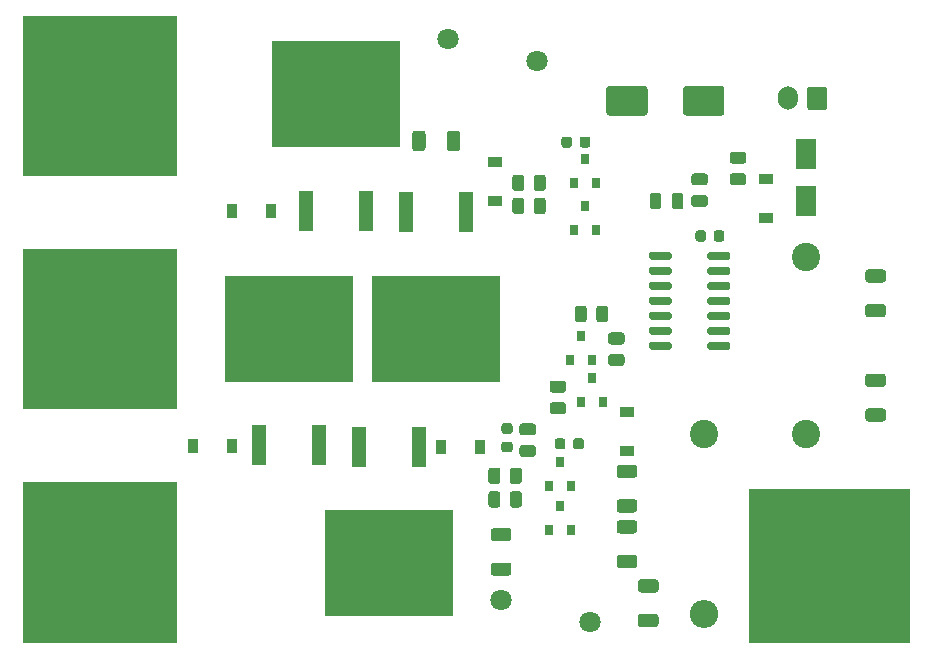
<source format=gts>
%TF.GenerationSoftware,KiCad,Pcbnew,5.1.7-a382d34a8~87~ubuntu18.04.1*%
%TF.CreationDate,2021-12-24T14:38:43-05:00*%
%TF.ProjectId,Source_Balancer_SMD,536f7572-6365-45f4-9261-6c616e636572,rev?*%
%TF.SameCoordinates,Original*%
%TF.FileFunction,Soldermask,Top*%
%TF.FilePolarity,Negative*%
%FSLAX46Y46*%
G04 Gerber Fmt 4.6, Leading zero omitted, Abs format (unit mm)*
G04 Created by KiCad (PCBNEW 5.1.7-a382d34a8~87~ubuntu18.04.1) date 2021-12-24 14:38:43*
%MOMM*%
%LPD*%
G01*
G04 APERTURE LIST*
%ADD10C,0.100000*%
%ADD11O,1.700000X2.000000*%
%ADD12R,0.900000X1.200000*%
%ADD13R,1.200000X0.900000*%
%ADD14C,1.800000*%
%ADD15O,2.400000X2.400000*%
%ADD16C,2.400000*%
%ADD17R,10.800000X9.000000*%
%ADD18R,1.250000X3.500000*%
%ADD19R,0.800000X0.900000*%
%ADD20C,0.900000*%
%ADD21C,10.600000*%
%ADD22R,1.800000X2.500000*%
G04 APERTURE END LIST*
D10*
G36*
X134000000Y-91500000D02*
G01*
X120500000Y-91500000D01*
X120500000Y-78550000D01*
X134000000Y-78550000D01*
X134000000Y-91500000D01*
G37*
X134000000Y-91500000D02*
X120500000Y-91500000D01*
X120500000Y-78550000D01*
X134000000Y-78550000D01*
X134000000Y-91500000D01*
G36*
X71950000Y-52000000D02*
G01*
X59000000Y-52000000D01*
X59000000Y-38500000D01*
X71950000Y-38500000D01*
X71950000Y-52000000D01*
G37*
X71950000Y-52000000D02*
X59000000Y-52000000D01*
X59000000Y-38500000D01*
X71950000Y-38500000D01*
X71950000Y-52000000D01*
G36*
X71950000Y-71750000D02*
G01*
X59000000Y-71750000D01*
X59000000Y-58250000D01*
X71950000Y-58250000D01*
X71950000Y-71750000D01*
G37*
X71950000Y-71750000D02*
X59000000Y-71750000D01*
X59000000Y-58250000D01*
X71950000Y-58250000D01*
X71950000Y-71750000D01*
G36*
X71950000Y-91500000D02*
G01*
X59000000Y-91500000D01*
X59000000Y-78000000D01*
X71950000Y-78000000D01*
X71950000Y-91500000D01*
G37*
X71950000Y-91500000D02*
X59000000Y-91500000D01*
X59000000Y-78000000D01*
X71950000Y-78000000D01*
X71950000Y-91500000D01*
%TO.C,R18*%
G36*
G01*
X119099999Y-51837500D02*
X120000001Y-51837500D01*
G75*
G02*
X120250000Y-52087499I0J-249999D01*
G01*
X120250000Y-52612501D01*
G75*
G02*
X120000001Y-52862500I-249999J0D01*
G01*
X119099999Y-52862500D01*
G75*
G02*
X118850000Y-52612501I0J249999D01*
G01*
X118850000Y-52087499D01*
G75*
G02*
X119099999Y-51837500I249999J0D01*
G01*
G37*
G36*
G01*
X119099999Y-50012500D02*
X120000001Y-50012500D01*
G75*
G02*
X120250000Y-50262499I0J-249999D01*
G01*
X120250000Y-50787501D01*
G75*
G02*
X120000001Y-51037500I-249999J0D01*
G01*
X119099999Y-51037500D01*
G75*
G02*
X118850000Y-50787501I0J249999D01*
G01*
X118850000Y-50262499D01*
G75*
G02*
X119099999Y-50012500I249999J0D01*
G01*
G37*
%TD*%
D11*
%TO.C,J5*%
X123750000Y-45500000D03*
G36*
G01*
X127100000Y-44750000D02*
X127100000Y-46250000D01*
G75*
G02*
X126850000Y-46500000I-250000J0D01*
G01*
X125650000Y-46500000D01*
G75*
G02*
X125400000Y-46250000I0J250000D01*
G01*
X125400000Y-44750000D01*
G75*
G02*
X125650000Y-44500000I250000J0D01*
G01*
X126850000Y-44500000D01*
G75*
G02*
X127100000Y-44750000I0J-250000D01*
G01*
G37*
%TD*%
%TO.C,U1*%
G36*
G01*
X116950000Y-58990000D02*
X116950000Y-58690000D01*
G75*
G02*
X117100000Y-58540000I150000J0D01*
G01*
X118750000Y-58540000D01*
G75*
G02*
X118900000Y-58690000I0J-150000D01*
G01*
X118900000Y-58990000D01*
G75*
G02*
X118750000Y-59140000I-150000J0D01*
G01*
X117100000Y-59140000D01*
G75*
G02*
X116950000Y-58990000I0J150000D01*
G01*
G37*
G36*
G01*
X116950000Y-60260000D02*
X116950000Y-59960000D01*
G75*
G02*
X117100000Y-59810000I150000J0D01*
G01*
X118750000Y-59810000D01*
G75*
G02*
X118900000Y-59960000I0J-150000D01*
G01*
X118900000Y-60260000D01*
G75*
G02*
X118750000Y-60410000I-150000J0D01*
G01*
X117100000Y-60410000D01*
G75*
G02*
X116950000Y-60260000I0J150000D01*
G01*
G37*
G36*
G01*
X116950000Y-61530000D02*
X116950000Y-61230000D01*
G75*
G02*
X117100000Y-61080000I150000J0D01*
G01*
X118750000Y-61080000D01*
G75*
G02*
X118900000Y-61230000I0J-150000D01*
G01*
X118900000Y-61530000D01*
G75*
G02*
X118750000Y-61680000I-150000J0D01*
G01*
X117100000Y-61680000D01*
G75*
G02*
X116950000Y-61530000I0J150000D01*
G01*
G37*
G36*
G01*
X116950000Y-62800000D02*
X116950000Y-62500000D01*
G75*
G02*
X117100000Y-62350000I150000J0D01*
G01*
X118750000Y-62350000D01*
G75*
G02*
X118900000Y-62500000I0J-150000D01*
G01*
X118900000Y-62800000D01*
G75*
G02*
X118750000Y-62950000I-150000J0D01*
G01*
X117100000Y-62950000D01*
G75*
G02*
X116950000Y-62800000I0J150000D01*
G01*
G37*
G36*
G01*
X116950000Y-64070000D02*
X116950000Y-63770000D01*
G75*
G02*
X117100000Y-63620000I150000J0D01*
G01*
X118750000Y-63620000D01*
G75*
G02*
X118900000Y-63770000I0J-150000D01*
G01*
X118900000Y-64070000D01*
G75*
G02*
X118750000Y-64220000I-150000J0D01*
G01*
X117100000Y-64220000D01*
G75*
G02*
X116950000Y-64070000I0J150000D01*
G01*
G37*
G36*
G01*
X116950000Y-65340000D02*
X116950000Y-65040000D01*
G75*
G02*
X117100000Y-64890000I150000J0D01*
G01*
X118750000Y-64890000D01*
G75*
G02*
X118900000Y-65040000I0J-150000D01*
G01*
X118900000Y-65340000D01*
G75*
G02*
X118750000Y-65490000I-150000J0D01*
G01*
X117100000Y-65490000D01*
G75*
G02*
X116950000Y-65340000I0J150000D01*
G01*
G37*
G36*
G01*
X116950000Y-66610000D02*
X116950000Y-66310000D01*
G75*
G02*
X117100000Y-66160000I150000J0D01*
G01*
X118750000Y-66160000D01*
G75*
G02*
X118900000Y-66310000I0J-150000D01*
G01*
X118900000Y-66610000D01*
G75*
G02*
X118750000Y-66760000I-150000J0D01*
G01*
X117100000Y-66760000D01*
G75*
G02*
X116950000Y-66610000I0J150000D01*
G01*
G37*
G36*
G01*
X112000000Y-66610000D02*
X112000000Y-66310000D01*
G75*
G02*
X112150000Y-66160000I150000J0D01*
G01*
X113800000Y-66160000D01*
G75*
G02*
X113950000Y-66310000I0J-150000D01*
G01*
X113950000Y-66610000D01*
G75*
G02*
X113800000Y-66760000I-150000J0D01*
G01*
X112150000Y-66760000D01*
G75*
G02*
X112000000Y-66610000I0J150000D01*
G01*
G37*
G36*
G01*
X112000000Y-65340000D02*
X112000000Y-65040000D01*
G75*
G02*
X112150000Y-64890000I150000J0D01*
G01*
X113800000Y-64890000D01*
G75*
G02*
X113950000Y-65040000I0J-150000D01*
G01*
X113950000Y-65340000D01*
G75*
G02*
X113800000Y-65490000I-150000J0D01*
G01*
X112150000Y-65490000D01*
G75*
G02*
X112000000Y-65340000I0J150000D01*
G01*
G37*
G36*
G01*
X112000000Y-64070000D02*
X112000000Y-63770000D01*
G75*
G02*
X112150000Y-63620000I150000J0D01*
G01*
X113800000Y-63620000D01*
G75*
G02*
X113950000Y-63770000I0J-150000D01*
G01*
X113950000Y-64070000D01*
G75*
G02*
X113800000Y-64220000I-150000J0D01*
G01*
X112150000Y-64220000D01*
G75*
G02*
X112000000Y-64070000I0J150000D01*
G01*
G37*
G36*
G01*
X112000000Y-62800000D02*
X112000000Y-62500000D01*
G75*
G02*
X112150000Y-62350000I150000J0D01*
G01*
X113800000Y-62350000D01*
G75*
G02*
X113950000Y-62500000I0J-150000D01*
G01*
X113950000Y-62800000D01*
G75*
G02*
X113800000Y-62950000I-150000J0D01*
G01*
X112150000Y-62950000D01*
G75*
G02*
X112000000Y-62800000I0J150000D01*
G01*
G37*
G36*
G01*
X112000000Y-61530000D02*
X112000000Y-61230000D01*
G75*
G02*
X112150000Y-61080000I150000J0D01*
G01*
X113800000Y-61080000D01*
G75*
G02*
X113950000Y-61230000I0J-150000D01*
G01*
X113950000Y-61530000D01*
G75*
G02*
X113800000Y-61680000I-150000J0D01*
G01*
X112150000Y-61680000D01*
G75*
G02*
X112000000Y-61530000I0J150000D01*
G01*
G37*
G36*
G01*
X112000000Y-60260000D02*
X112000000Y-59960000D01*
G75*
G02*
X112150000Y-59810000I150000J0D01*
G01*
X113800000Y-59810000D01*
G75*
G02*
X113950000Y-59960000I0J-150000D01*
G01*
X113950000Y-60260000D01*
G75*
G02*
X113800000Y-60410000I-150000J0D01*
G01*
X112150000Y-60410000D01*
G75*
G02*
X112000000Y-60260000I0J150000D01*
G01*
G37*
G36*
G01*
X112000000Y-58990000D02*
X112000000Y-58690000D01*
G75*
G02*
X112150000Y-58540000I150000J0D01*
G01*
X113800000Y-58540000D01*
G75*
G02*
X113950000Y-58690000I0J-150000D01*
G01*
X113950000Y-58990000D01*
G75*
G02*
X113800000Y-59140000I-150000J0D01*
G01*
X112150000Y-59140000D01*
G75*
G02*
X112000000Y-58990000I0J150000D01*
G01*
G37*
%TD*%
D12*
%TO.C,D8*%
X73400000Y-74900000D03*
X76700000Y-74900000D03*
%TD*%
D13*
%TO.C,D7*%
X99000000Y-50850000D03*
X99000000Y-54150000D03*
%TD*%
D12*
%TO.C,D6*%
X97750000Y-75000000D03*
X94450000Y-75000000D03*
%TD*%
%TO.C,D5*%
X76700000Y-55000000D03*
X80000000Y-55000000D03*
%TD*%
D14*
%TO.C,RV2*%
X107000000Y-89800000D03*
X99500000Y-88000000D03*
%TD*%
%TO.C,RV1*%
X102500000Y-42300000D03*
X95000000Y-40500000D03*
%TD*%
%TO.C,R17*%
G36*
G01*
X101299999Y-74837500D02*
X102200001Y-74837500D01*
G75*
G02*
X102450000Y-75087499I0J-249999D01*
G01*
X102450000Y-75612501D01*
G75*
G02*
X102200001Y-75862500I-249999J0D01*
G01*
X101299999Y-75862500D01*
G75*
G02*
X101050000Y-75612501I0J249999D01*
G01*
X101050000Y-75087499D01*
G75*
G02*
X101299999Y-74837500I249999J0D01*
G01*
G37*
G36*
G01*
X101299999Y-73012500D02*
X102200001Y-73012500D01*
G75*
G02*
X102450000Y-73262499I0J-249999D01*
G01*
X102450000Y-73787501D01*
G75*
G02*
X102200001Y-74037500I-249999J0D01*
G01*
X101299999Y-74037500D01*
G75*
G02*
X101050000Y-73787501I0J249999D01*
G01*
X101050000Y-73262499D01*
G75*
G02*
X101299999Y-73012500I249999J0D01*
G01*
G37*
%TD*%
%TO.C,R16*%
G36*
G01*
X100237500Y-79900001D02*
X100237500Y-78999999D01*
G75*
G02*
X100487499Y-78750000I249999J0D01*
G01*
X101012501Y-78750000D01*
G75*
G02*
X101262500Y-78999999I0J-249999D01*
G01*
X101262500Y-79900001D01*
G75*
G02*
X101012501Y-80150000I-249999J0D01*
G01*
X100487499Y-80150000D01*
G75*
G02*
X100237500Y-79900001I0J249999D01*
G01*
G37*
G36*
G01*
X98412500Y-79900001D02*
X98412500Y-78999999D01*
G75*
G02*
X98662499Y-78750000I249999J0D01*
G01*
X99187501Y-78750000D01*
G75*
G02*
X99437500Y-78999999I0J-249999D01*
G01*
X99437500Y-79900001D01*
G75*
G02*
X99187501Y-80150000I-249999J0D01*
G01*
X98662499Y-80150000D01*
G75*
G02*
X98412500Y-79900001I0J249999D01*
G01*
G37*
%TD*%
%TO.C,R15*%
G36*
G01*
X102262500Y-55050001D02*
X102262500Y-54149999D01*
G75*
G02*
X102512499Y-53900000I249999J0D01*
G01*
X103037501Y-53900000D01*
G75*
G02*
X103287500Y-54149999I0J-249999D01*
G01*
X103287500Y-55050001D01*
G75*
G02*
X103037501Y-55300000I-249999J0D01*
G01*
X102512499Y-55300000D01*
G75*
G02*
X102262500Y-55050001I0J249999D01*
G01*
G37*
G36*
G01*
X100437500Y-55050001D02*
X100437500Y-54149999D01*
G75*
G02*
X100687499Y-53900000I249999J0D01*
G01*
X101212501Y-53900000D01*
G75*
G02*
X101462500Y-54149999I0J-249999D01*
G01*
X101462500Y-55050001D01*
G75*
G02*
X101212501Y-55300000I-249999J0D01*
G01*
X100687499Y-55300000D01*
G75*
G02*
X100437500Y-55050001I0J249999D01*
G01*
G37*
%TD*%
%TO.C,R14*%
G36*
G01*
X98874999Y-84800000D02*
X100125001Y-84800000D01*
G75*
G02*
X100375000Y-85049999I0J-249999D01*
G01*
X100375000Y-85675001D01*
G75*
G02*
X100125001Y-85925000I-249999J0D01*
G01*
X98874999Y-85925000D01*
G75*
G02*
X98625000Y-85675001I0J249999D01*
G01*
X98625000Y-85049999D01*
G75*
G02*
X98874999Y-84800000I249999J0D01*
G01*
G37*
G36*
G01*
X98874999Y-81875000D02*
X100125001Y-81875000D01*
G75*
G02*
X100375000Y-82124999I0J-249999D01*
G01*
X100375000Y-82750001D01*
G75*
G02*
X100125001Y-83000000I-249999J0D01*
G01*
X98874999Y-83000000D01*
G75*
G02*
X98625000Y-82750001I0J249999D01*
G01*
X98625000Y-82124999D01*
G75*
G02*
X98874999Y-81875000I249999J0D01*
G01*
G37*
%TD*%
%TO.C,R13*%
G36*
G01*
X93100000Y-48474999D02*
X93100000Y-49725001D01*
G75*
G02*
X92850001Y-49975000I-249999J0D01*
G01*
X92224999Y-49975000D01*
G75*
G02*
X91975000Y-49725001I0J249999D01*
G01*
X91975000Y-48474999D01*
G75*
G02*
X92224999Y-48225000I249999J0D01*
G01*
X92850001Y-48225000D01*
G75*
G02*
X93100000Y-48474999I0J-249999D01*
G01*
G37*
G36*
G01*
X96025000Y-48474999D02*
X96025000Y-49725001D01*
G75*
G02*
X95775001Y-49975000I-249999J0D01*
G01*
X95149999Y-49975000D01*
G75*
G02*
X94900000Y-49725001I0J249999D01*
G01*
X94900000Y-48474999D01*
G75*
G02*
X95149999Y-48225000I249999J0D01*
G01*
X95775001Y-48225000D01*
G75*
G02*
X96025000Y-48474999I0J-249999D01*
G01*
G37*
%TD*%
%TO.C,R12*%
G36*
G01*
X100237500Y-77900001D02*
X100237500Y-76999999D01*
G75*
G02*
X100487499Y-76750000I249999J0D01*
G01*
X101012501Y-76750000D01*
G75*
G02*
X101262500Y-76999999I0J-249999D01*
G01*
X101262500Y-77900001D01*
G75*
G02*
X101012501Y-78150000I-249999J0D01*
G01*
X100487499Y-78150000D01*
G75*
G02*
X100237500Y-77900001I0J249999D01*
G01*
G37*
G36*
G01*
X98412500Y-77900001D02*
X98412500Y-76999999D01*
G75*
G02*
X98662499Y-76750000I249999J0D01*
G01*
X99187501Y-76750000D01*
G75*
G02*
X99437500Y-76999999I0J-249999D01*
G01*
X99437500Y-77900001D01*
G75*
G02*
X99187501Y-78150000I-249999J0D01*
G01*
X98662499Y-78150000D01*
G75*
G02*
X98412500Y-77900001I0J249999D01*
G01*
G37*
%TD*%
%TO.C,R11*%
G36*
G01*
X102262500Y-53100001D02*
X102262500Y-52199999D01*
G75*
G02*
X102512499Y-51950000I249999J0D01*
G01*
X103037501Y-51950000D01*
G75*
G02*
X103287500Y-52199999I0J-249999D01*
G01*
X103287500Y-53100001D01*
G75*
G02*
X103037501Y-53350000I-249999J0D01*
G01*
X102512499Y-53350000D01*
G75*
G02*
X102262500Y-53100001I0J249999D01*
G01*
G37*
G36*
G01*
X100437500Y-53100001D02*
X100437500Y-52199999D01*
G75*
G02*
X100687499Y-51950000I249999J0D01*
G01*
X101212501Y-51950000D01*
G75*
G02*
X101462500Y-52199999I0J-249999D01*
G01*
X101462500Y-53100001D01*
G75*
G02*
X101212501Y-53350000I-249999J0D01*
G01*
X100687499Y-53350000D01*
G75*
G02*
X100437500Y-53100001I0J249999D01*
G01*
G37*
%TD*%
%TO.C,R10*%
G36*
G01*
X107550000Y-64200001D02*
X107550000Y-63299999D01*
G75*
G02*
X107799999Y-63050000I249999J0D01*
G01*
X108325001Y-63050000D01*
G75*
G02*
X108575000Y-63299999I0J-249999D01*
G01*
X108575000Y-64200001D01*
G75*
G02*
X108325001Y-64450000I-249999J0D01*
G01*
X107799999Y-64450000D01*
G75*
G02*
X107550000Y-64200001I0J249999D01*
G01*
G37*
G36*
G01*
X105725000Y-64200001D02*
X105725000Y-63299999D01*
G75*
G02*
X105974999Y-63050000I249999J0D01*
G01*
X106500001Y-63050000D01*
G75*
G02*
X106750000Y-63299999I0J-249999D01*
G01*
X106750000Y-64200001D01*
G75*
G02*
X106500001Y-64450000I-249999J0D01*
G01*
X105974999Y-64450000D01*
G75*
G02*
X105725000Y-64200001I0J249999D01*
G01*
G37*
%TD*%
%TO.C,R9*%
G36*
G01*
X116750001Y-52862500D02*
X115849999Y-52862500D01*
G75*
G02*
X115600000Y-52612501I0J249999D01*
G01*
X115600000Y-52087499D01*
G75*
G02*
X115849999Y-51837500I249999J0D01*
G01*
X116750001Y-51837500D01*
G75*
G02*
X117000000Y-52087499I0J-249999D01*
G01*
X117000000Y-52612501D01*
G75*
G02*
X116750001Y-52862500I-249999J0D01*
G01*
G37*
G36*
G01*
X116750001Y-54687500D02*
X115849999Y-54687500D01*
G75*
G02*
X115600000Y-54437501I0J249999D01*
G01*
X115600000Y-53912499D01*
G75*
G02*
X115849999Y-53662500I249999J0D01*
G01*
X116750001Y-53662500D01*
G75*
G02*
X117000000Y-53912499I0J-249999D01*
G01*
X117000000Y-54437501D01*
G75*
G02*
X116750001Y-54687500I-249999J0D01*
G01*
G37*
%TD*%
%TO.C,R8*%
G36*
G01*
X103849999Y-71212500D02*
X104750001Y-71212500D01*
G75*
G02*
X105000000Y-71462499I0J-249999D01*
G01*
X105000000Y-71987501D01*
G75*
G02*
X104750001Y-72237500I-249999J0D01*
G01*
X103849999Y-72237500D01*
G75*
G02*
X103600000Y-71987501I0J249999D01*
G01*
X103600000Y-71462499D01*
G75*
G02*
X103849999Y-71212500I249999J0D01*
G01*
G37*
G36*
G01*
X103849999Y-69387500D02*
X104750001Y-69387500D01*
G75*
G02*
X105000000Y-69637499I0J-249999D01*
G01*
X105000000Y-70162501D01*
G75*
G02*
X104750001Y-70412500I-249999J0D01*
G01*
X103849999Y-70412500D01*
G75*
G02*
X103600000Y-70162501I0J249999D01*
G01*
X103600000Y-69637499D01*
G75*
G02*
X103849999Y-69387500I249999J0D01*
G01*
G37*
%TD*%
%TO.C,R7*%
G36*
G01*
X109700001Y-66337500D02*
X108799999Y-66337500D01*
G75*
G02*
X108550000Y-66087501I0J249999D01*
G01*
X108550000Y-65562499D01*
G75*
G02*
X108799999Y-65312500I249999J0D01*
G01*
X109700001Y-65312500D01*
G75*
G02*
X109950000Y-65562499I0J-249999D01*
G01*
X109950000Y-66087501D01*
G75*
G02*
X109700001Y-66337500I-249999J0D01*
G01*
G37*
G36*
G01*
X109700001Y-68162500D02*
X108799999Y-68162500D01*
G75*
G02*
X108550000Y-67912501I0J249999D01*
G01*
X108550000Y-67387499D01*
G75*
G02*
X108799999Y-67137500I249999J0D01*
G01*
X109700001Y-67137500D01*
G75*
G02*
X109950000Y-67387499I0J-249999D01*
G01*
X109950000Y-67912501D01*
G75*
G02*
X109700001Y-68162500I-249999J0D01*
G01*
G37*
%TD*%
D15*
%TO.C,R6*%
X116700000Y-89150000D03*
D16*
X116700000Y-73910000D03*
%TD*%
%TO.C,R5*%
G36*
G01*
X112575001Y-87337500D02*
X111324999Y-87337500D01*
G75*
G02*
X111075000Y-87087501I0J249999D01*
G01*
X111075000Y-86462499D01*
G75*
G02*
X111324999Y-86212500I249999J0D01*
G01*
X112575001Y-86212500D01*
G75*
G02*
X112825000Y-86462499I0J-249999D01*
G01*
X112825000Y-87087501D01*
G75*
G02*
X112575001Y-87337500I-249999J0D01*
G01*
G37*
G36*
G01*
X112575001Y-90262500D02*
X111324999Y-90262500D01*
G75*
G02*
X111075000Y-90012501I0J249999D01*
G01*
X111075000Y-89387499D01*
G75*
G02*
X111324999Y-89137500I249999J0D01*
G01*
X112575001Y-89137500D01*
G75*
G02*
X112825000Y-89387499I0J-249999D01*
G01*
X112825000Y-90012501D01*
G75*
G02*
X112575001Y-90262500I-249999J0D01*
G01*
G37*
%TD*%
%TO.C,R4*%
G36*
G01*
X110775001Y-82337500D02*
X109524999Y-82337500D01*
G75*
G02*
X109275000Y-82087501I0J249999D01*
G01*
X109275000Y-81462499D01*
G75*
G02*
X109524999Y-81212500I249999J0D01*
G01*
X110775001Y-81212500D01*
G75*
G02*
X111025000Y-81462499I0J-249999D01*
G01*
X111025000Y-82087501D01*
G75*
G02*
X110775001Y-82337500I-249999J0D01*
G01*
G37*
G36*
G01*
X110775001Y-85262500D02*
X109524999Y-85262500D01*
G75*
G02*
X109275000Y-85012501I0J249999D01*
G01*
X109275000Y-84387499D01*
G75*
G02*
X109524999Y-84137500I249999J0D01*
G01*
X110775001Y-84137500D01*
G75*
G02*
X111025000Y-84387499I0J-249999D01*
G01*
X111025000Y-85012501D01*
G75*
G02*
X110775001Y-85262500I-249999J0D01*
G01*
G37*
%TD*%
%TO.C,R3*%
G36*
G01*
X110775001Y-77637500D02*
X109524999Y-77637500D01*
G75*
G02*
X109275000Y-77387501I0J249999D01*
G01*
X109275000Y-76762499D01*
G75*
G02*
X109524999Y-76512500I249999J0D01*
G01*
X110775001Y-76512500D01*
G75*
G02*
X111025000Y-76762499I0J-249999D01*
G01*
X111025000Y-77387501D01*
G75*
G02*
X110775001Y-77637500I-249999J0D01*
G01*
G37*
G36*
G01*
X110775001Y-80562500D02*
X109524999Y-80562500D01*
G75*
G02*
X109275000Y-80312501I0J249999D01*
G01*
X109275000Y-79687499D01*
G75*
G02*
X109524999Y-79437500I249999J0D01*
G01*
X110775001Y-79437500D01*
G75*
G02*
X111025000Y-79687499I0J-249999D01*
G01*
X111025000Y-80312501D01*
G75*
G02*
X110775001Y-80562500I-249999J0D01*
G01*
G37*
%TD*%
%TO.C,R2*%
G36*
G01*
X131825001Y-61100000D02*
X130574999Y-61100000D01*
G75*
G02*
X130325000Y-60850001I0J249999D01*
G01*
X130325000Y-60224999D01*
G75*
G02*
X130574999Y-59975000I249999J0D01*
G01*
X131825001Y-59975000D01*
G75*
G02*
X132075000Y-60224999I0J-249999D01*
G01*
X132075000Y-60850001D01*
G75*
G02*
X131825001Y-61100000I-249999J0D01*
G01*
G37*
G36*
G01*
X131825001Y-64025000D02*
X130574999Y-64025000D01*
G75*
G02*
X130325000Y-63775001I0J249999D01*
G01*
X130325000Y-63149999D01*
G75*
G02*
X130574999Y-62900000I249999J0D01*
G01*
X131825001Y-62900000D01*
G75*
G02*
X132075000Y-63149999I0J-249999D01*
G01*
X132075000Y-63775001D01*
G75*
G02*
X131825001Y-64025000I-249999J0D01*
G01*
G37*
%TD*%
%TO.C,R1*%
G36*
G01*
X131825001Y-69937500D02*
X130574999Y-69937500D01*
G75*
G02*
X130325000Y-69687501I0J249999D01*
G01*
X130325000Y-69062499D01*
G75*
G02*
X130574999Y-68812500I249999J0D01*
G01*
X131825001Y-68812500D01*
G75*
G02*
X132075000Y-69062499I0J-249999D01*
G01*
X132075000Y-69687501D01*
G75*
G02*
X131825001Y-69937500I-249999J0D01*
G01*
G37*
G36*
G01*
X131825001Y-72862500D02*
X130574999Y-72862500D01*
G75*
G02*
X130325000Y-72612501I0J249999D01*
G01*
X130325000Y-71987499D01*
G75*
G02*
X130574999Y-71737500I249999J0D01*
G01*
X131825001Y-71737500D01*
G75*
G02*
X132075000Y-71987499I0J-249999D01*
G01*
X132075000Y-72612501D01*
G75*
G02*
X131825001Y-72862500I-249999J0D01*
G01*
G37*
%TD*%
D17*
%TO.C,Q10*%
X81500000Y-65000000D03*
D18*
X84040000Y-74875000D03*
X78960000Y-74875000D03*
%TD*%
D17*
%TO.C,Q9*%
X94000000Y-65000000D03*
D18*
X91460000Y-55125000D03*
X96540000Y-55125000D03*
%TD*%
D17*
%TO.C,Q8*%
X90040000Y-84875000D03*
D18*
X87500000Y-75000000D03*
X92580000Y-75000000D03*
%TD*%
D17*
%TO.C,Q7*%
X85500000Y-45125000D03*
D18*
X88040000Y-55000000D03*
X82960000Y-55000000D03*
%TD*%
D19*
%TO.C,Q6*%
X104500000Y-80050000D03*
X105450000Y-82050000D03*
X103550000Y-82050000D03*
%TD*%
%TO.C,Q5*%
X104500000Y-76300000D03*
X105450000Y-78300000D03*
X103550000Y-78300000D03*
%TD*%
%TO.C,Q4*%
X106600000Y-54600000D03*
X107550000Y-56600000D03*
X105650000Y-56600000D03*
%TD*%
%TO.C,Q3*%
X106600000Y-50650000D03*
X107550000Y-52650000D03*
X105650000Y-52650000D03*
%TD*%
%TO.C,Q2*%
X106250000Y-65650000D03*
X107200000Y-67650000D03*
X105300000Y-67650000D03*
%TD*%
%TO.C,Q1*%
X107200000Y-69200000D03*
X108150000Y-71200000D03*
X106250000Y-71200000D03*
%TD*%
D20*
%TO.C,J4*%
X67810749Y-62189251D03*
X65000000Y-61025000D03*
X62189251Y-62189251D03*
X61025000Y-65000000D03*
X62189251Y-67810749D03*
X65000000Y-68975000D03*
X67810749Y-67810749D03*
X68975000Y-65000000D03*
D21*
X65000000Y-65000000D03*
%TD*%
D20*
%TO.C,J3*%
X67810749Y-82189251D03*
X65000000Y-81025000D03*
X62189251Y-82189251D03*
X61025000Y-85000000D03*
X62189251Y-87810749D03*
X65000000Y-88975000D03*
X67810749Y-87810749D03*
X68975000Y-85000000D03*
D21*
X65000000Y-85000000D03*
%TD*%
D20*
%TO.C,J2*%
X67810749Y-42189251D03*
X65000000Y-41025000D03*
X62189251Y-42189251D03*
X61025000Y-45000000D03*
X62189251Y-47810749D03*
X65000000Y-48975000D03*
X67810749Y-47810749D03*
X68975000Y-45000000D03*
D21*
X65000000Y-45000000D03*
%TD*%
D20*
%TO.C,J1*%
X130810749Y-82689251D03*
X128000000Y-81525000D03*
X125189251Y-82689251D03*
X124025000Y-85500000D03*
X125189251Y-88310749D03*
X128000000Y-89475000D03*
X130810749Y-88310749D03*
X131975000Y-85500000D03*
D21*
X128000000Y-85500000D03*
%TD*%
%TO.C,D4*%
G36*
G01*
X113962500Y-54656250D02*
X113962500Y-53743750D01*
G75*
G02*
X114206250Y-53500000I243750J0D01*
G01*
X114693750Y-53500000D01*
G75*
G02*
X114937500Y-53743750I0J-243750D01*
G01*
X114937500Y-54656250D01*
G75*
G02*
X114693750Y-54900000I-243750J0D01*
G01*
X114206250Y-54900000D01*
G75*
G02*
X113962500Y-54656250I0J243750D01*
G01*
G37*
G36*
G01*
X112087500Y-54656250D02*
X112087500Y-53743750D01*
G75*
G02*
X112331250Y-53500000I243750J0D01*
G01*
X112818750Y-53500000D01*
G75*
G02*
X113062500Y-53743750I0J-243750D01*
G01*
X113062500Y-54656250D01*
G75*
G02*
X112818750Y-54900000I-243750J0D01*
G01*
X112331250Y-54900000D01*
G75*
G02*
X112087500Y-54656250I0J243750D01*
G01*
G37*
%TD*%
D13*
%TO.C,D3*%
X121900000Y-55650000D03*
X121900000Y-52350000D03*
%TD*%
%TO.C,D2*%
X110150000Y-72050000D03*
X110150000Y-75350000D03*
%TD*%
D22*
%TO.C,D1*%
X125300000Y-50200000D03*
X125300000Y-54200000D03*
%TD*%
%TO.C,C6*%
G36*
G01*
X100250000Y-73900000D02*
X99750000Y-73900000D01*
G75*
G02*
X99525000Y-73675000I0J225000D01*
G01*
X99525000Y-73225000D01*
G75*
G02*
X99750000Y-73000000I225000J0D01*
G01*
X100250000Y-73000000D01*
G75*
G02*
X100475000Y-73225000I0J-225000D01*
G01*
X100475000Y-73675000D01*
G75*
G02*
X100250000Y-73900000I-225000J0D01*
G01*
G37*
G36*
G01*
X100250000Y-75450000D02*
X99750000Y-75450000D01*
G75*
G02*
X99525000Y-75225000I0J225000D01*
G01*
X99525000Y-74775000D01*
G75*
G02*
X99750000Y-74550000I225000J0D01*
G01*
X100250000Y-74550000D01*
G75*
G02*
X100475000Y-74775000I0J-225000D01*
G01*
X100475000Y-75225000D01*
G75*
G02*
X100250000Y-75450000I-225000J0D01*
G01*
G37*
%TD*%
%TO.C,C5*%
G36*
G01*
X105600000Y-75000000D02*
X105600000Y-74500000D01*
G75*
G02*
X105825000Y-74275000I225000J0D01*
G01*
X106275000Y-74275000D01*
G75*
G02*
X106500000Y-74500000I0J-225000D01*
G01*
X106500000Y-75000000D01*
G75*
G02*
X106275000Y-75225000I-225000J0D01*
G01*
X105825000Y-75225000D01*
G75*
G02*
X105600000Y-75000000I0J225000D01*
G01*
G37*
G36*
G01*
X104050000Y-75000000D02*
X104050000Y-74500000D01*
G75*
G02*
X104275000Y-74275000I225000J0D01*
G01*
X104725000Y-74275000D01*
G75*
G02*
X104950000Y-74500000I0J-225000D01*
G01*
X104950000Y-75000000D01*
G75*
G02*
X104725000Y-75225000I-225000J0D01*
G01*
X104275000Y-75225000D01*
G75*
G02*
X104050000Y-75000000I0J225000D01*
G01*
G37*
%TD*%
%TO.C,C4*%
G36*
G01*
X105500000Y-48950000D02*
X105500000Y-49450000D01*
G75*
G02*
X105275000Y-49675000I-225000J0D01*
G01*
X104825000Y-49675000D01*
G75*
G02*
X104600000Y-49450000I0J225000D01*
G01*
X104600000Y-48950000D01*
G75*
G02*
X104825000Y-48725000I225000J0D01*
G01*
X105275000Y-48725000D01*
G75*
G02*
X105500000Y-48950000I0J-225000D01*
G01*
G37*
G36*
G01*
X107050000Y-48950000D02*
X107050000Y-49450000D01*
G75*
G02*
X106825000Y-49675000I-225000J0D01*
G01*
X106375000Y-49675000D01*
G75*
G02*
X106150000Y-49450000I0J225000D01*
G01*
X106150000Y-48950000D01*
G75*
G02*
X106375000Y-48725000I225000J0D01*
G01*
X106825000Y-48725000D01*
G75*
G02*
X107050000Y-48950000I0J-225000D01*
G01*
G37*
%TD*%
%TO.C,C3*%
G36*
G01*
X116850000Y-56900000D02*
X116850000Y-57400000D01*
G75*
G02*
X116625000Y-57625000I-225000J0D01*
G01*
X116175000Y-57625000D01*
G75*
G02*
X115950000Y-57400000I0J225000D01*
G01*
X115950000Y-56900000D01*
G75*
G02*
X116175000Y-56675000I225000J0D01*
G01*
X116625000Y-56675000D01*
G75*
G02*
X116850000Y-56900000I0J-225000D01*
G01*
G37*
G36*
G01*
X118400000Y-56900000D02*
X118400000Y-57400000D01*
G75*
G02*
X118175000Y-57625000I-225000J0D01*
G01*
X117725000Y-57625000D01*
G75*
G02*
X117500000Y-57400000I0J225000D01*
G01*
X117500000Y-56900000D01*
G75*
G02*
X117725000Y-56675000I225000J0D01*
G01*
X118175000Y-56675000D01*
G75*
G02*
X118400000Y-56900000I0J-225000D01*
G01*
G37*
%TD*%
%TO.C,C2*%
G36*
G01*
X111900000Y-44700000D02*
X111900000Y-46700000D01*
G75*
G02*
X111650000Y-46950000I-250000J0D01*
G01*
X108650000Y-46950000D01*
G75*
G02*
X108400000Y-46700000I0J250000D01*
G01*
X108400000Y-44700000D01*
G75*
G02*
X108650000Y-44450000I250000J0D01*
G01*
X111650000Y-44450000D01*
G75*
G02*
X111900000Y-44700000I0J-250000D01*
G01*
G37*
G36*
G01*
X118400000Y-44700000D02*
X118400000Y-46700000D01*
G75*
G02*
X118150000Y-46950000I-250000J0D01*
G01*
X115150000Y-46950000D01*
G75*
G02*
X114900000Y-46700000I0J250000D01*
G01*
X114900000Y-44700000D01*
G75*
G02*
X115150000Y-44450000I250000J0D01*
G01*
X118150000Y-44450000D01*
G75*
G02*
X118400000Y-44700000I0J-250000D01*
G01*
G37*
%TD*%
D16*
%TO.C,C1*%
X125300000Y-58900000D03*
X125300000Y-73900000D03*
%TD*%
M02*

</source>
